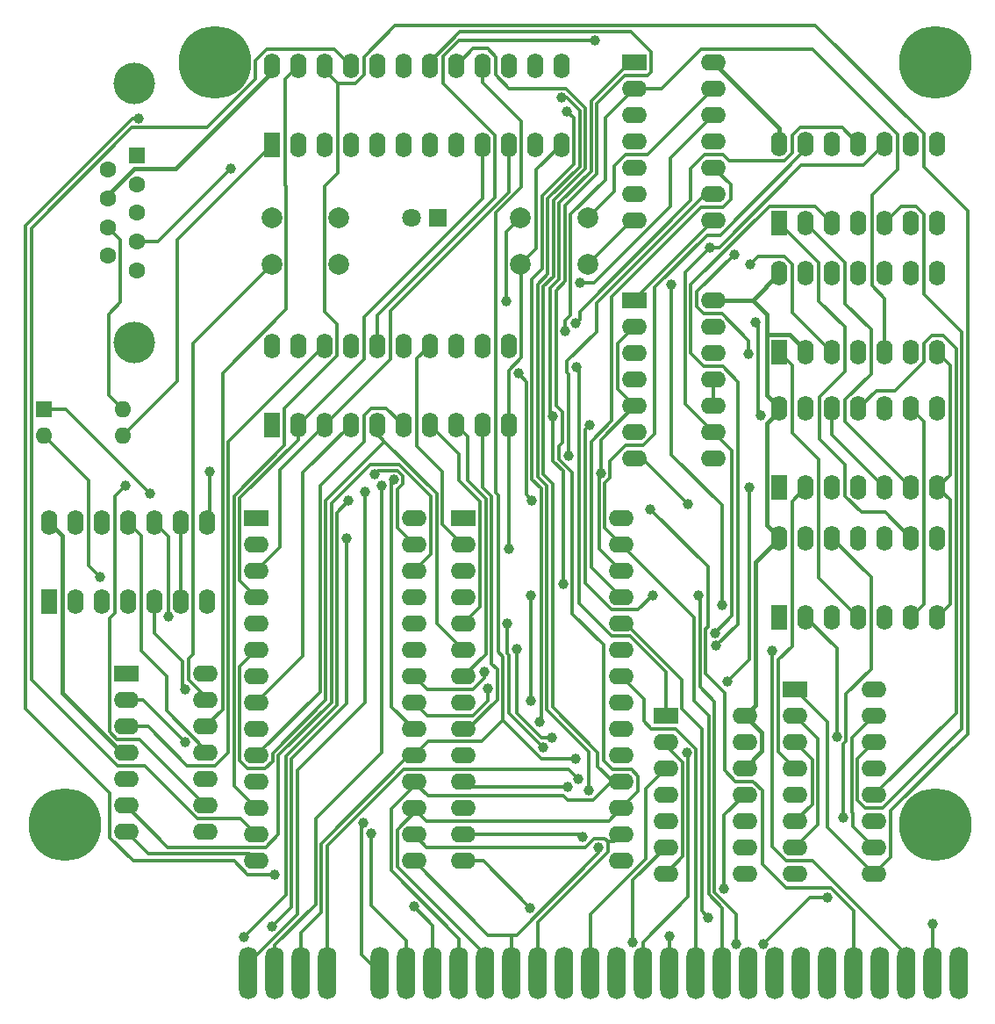
<source format=gtl>
G04 #@! TF.GenerationSoftware,KiCad,Pcbnew,(5.1.6)-1*
G04 #@! TF.CreationDate,2020-12-01T23:33:15+02:00*
G04 #@! TF.ProjectId,ZX_Multiface_3_1_4D,5a585f4d-756c-4746-9966-6163655f335f,rev?*
G04 #@! TF.SameCoordinates,Original*
G04 #@! TF.FileFunction,Copper,L1,Top*
G04 #@! TF.FilePolarity,Positive*
%FSLAX46Y46*%
G04 Gerber Fmt 4.6, Leading zero omitted, Abs format (unit mm)*
G04 Created by KiCad (PCBNEW (5.1.6)-1) date 2020-12-01 23:33:15*
%MOMM*%
%LPD*%
G01*
G04 APERTURE LIST*
G04 #@! TA.AperFunction,ComponentPad*
%ADD10O,1.600000X2.400000*%
G04 #@! TD*
G04 #@! TA.AperFunction,ComponentPad*
%ADD11R,1.600000X2.400000*%
G04 #@! TD*
G04 #@! TA.AperFunction,ComponentPad*
%ADD12O,1.600000X1.600000*%
G04 #@! TD*
G04 #@! TA.AperFunction,ComponentPad*
%ADD13R,1.600000X1.600000*%
G04 #@! TD*
G04 #@! TA.AperFunction,ComponentPad*
%ADD14C,4.000000*%
G04 #@! TD*
G04 #@! TA.AperFunction,ComponentPad*
%ADD15C,1.600000*%
G04 #@! TD*
G04 #@! TA.AperFunction,ComponentPad*
%ADD16O,2.400000X1.600000*%
G04 #@! TD*
G04 #@! TA.AperFunction,ComponentPad*
%ADD17R,2.400000X1.600000*%
G04 #@! TD*
G04 #@! TA.AperFunction,ComponentPad*
%ADD18C,2.000000*%
G04 #@! TD*
G04 #@! TA.AperFunction,ConnectorPad*
%ADD19O,1.778000X5.080000*%
G04 #@! TD*
G04 #@! TA.AperFunction,ComponentPad*
%ADD20C,0.800000*%
G04 #@! TD*
G04 #@! TA.AperFunction,ComponentPad*
%ADD21C,7.000000*%
G04 #@! TD*
G04 #@! TA.AperFunction,ComponentPad*
%ADD22C,1.800000*%
G04 #@! TD*
G04 #@! TA.AperFunction,ComponentPad*
%ADD23R,1.800000X1.800000*%
G04 #@! TD*
G04 #@! TA.AperFunction,ViaPad*
%ADD24C,1.000000*%
G04 #@! TD*
G04 #@! TA.AperFunction,Conductor*
%ADD25C,0.300000*%
G04 #@! TD*
G04 #@! TA.AperFunction,Conductor*
%ADD26C,0.400000*%
G04 #@! TD*
G04 APERTURE END LIST*
D10*
X102000000Y-60380000D03*
X129940000Y-68000000D03*
X104540000Y-60380000D03*
X127400000Y-68000000D03*
X107080000Y-60380000D03*
X124860000Y-68000000D03*
X109620000Y-60380000D03*
X122320000Y-68000000D03*
X112160000Y-60380000D03*
X119780000Y-68000000D03*
X114700000Y-60380000D03*
X117240000Y-68000000D03*
X117240000Y-60380000D03*
X114700000Y-68000000D03*
X119780000Y-60380000D03*
X112160000Y-68000000D03*
X122320000Y-60380000D03*
X109620000Y-68000000D03*
X124860000Y-60380000D03*
X107080000Y-68000000D03*
X127400000Y-60380000D03*
X104540000Y-68000000D03*
X129940000Y-60380000D03*
D11*
X102000000Y-68000000D03*
D12*
X87620000Y-93500000D03*
X80000000Y-96040000D03*
X87620000Y-96040000D03*
D13*
X80000000Y-93500000D03*
D14*
X88700000Y-87040000D03*
X88700000Y-62040000D03*
D15*
X86160000Y-78695000D03*
X86160000Y-75925000D03*
X86160000Y-73155000D03*
X86160000Y-70385000D03*
X89000000Y-80080000D03*
X89000000Y-77310000D03*
X89000000Y-74540000D03*
X89000000Y-71770000D03*
D13*
X89000000Y-69000000D03*
D16*
X115740000Y-104000000D03*
X100500000Y-137020000D03*
X115740000Y-106540000D03*
X100500000Y-134480000D03*
X115740000Y-109080000D03*
X100500000Y-131940000D03*
X115740000Y-111620000D03*
X100500000Y-129400000D03*
X115740000Y-114160000D03*
X100500000Y-126860000D03*
X115740000Y-116700000D03*
X100500000Y-124320000D03*
X115740000Y-119240000D03*
X100500000Y-121780000D03*
X115740000Y-121780000D03*
X100500000Y-119240000D03*
X115740000Y-124320000D03*
X100500000Y-116700000D03*
X115740000Y-126860000D03*
X100500000Y-114160000D03*
X115740000Y-129400000D03*
X100500000Y-111620000D03*
X115740000Y-131940000D03*
X100500000Y-109080000D03*
X115740000Y-134480000D03*
X100500000Y-106540000D03*
X115740000Y-137020000D03*
D17*
X100500000Y-104000000D03*
D18*
X132500000Y-75000000D03*
X132500000Y-79500000D03*
X126000000Y-75000000D03*
X126000000Y-79500000D03*
X108500000Y-75000000D03*
X108500000Y-79500000D03*
X102000000Y-75000000D03*
X102000000Y-79500000D03*
D19*
X104830000Y-147850000D03*
X107370000Y-147850000D03*
X114990000Y-147850000D03*
X122610000Y-147850000D03*
X120070000Y-147850000D03*
X117530000Y-147850000D03*
X125150000Y-147850000D03*
X99750000Y-147850000D03*
X102290000Y-147850000D03*
X112450000Y-147850000D03*
X127690000Y-147850000D03*
X132770000Y-147850000D03*
X130230000Y-147850000D03*
X135310000Y-147850000D03*
X140390000Y-147850000D03*
X137850000Y-147850000D03*
X142930000Y-147850000D03*
X153090000Y-147850000D03*
X148010000Y-147850000D03*
X160710000Y-147850000D03*
X165790000Y-147850000D03*
X168330000Y-147850000D03*
X145470000Y-147850000D03*
X155630000Y-147850000D03*
X158170000Y-147850000D03*
X163250000Y-147850000D03*
X150550000Y-147850000D03*
D16*
X95620000Y-119000000D03*
X88000000Y-134240000D03*
X95620000Y-121540000D03*
X88000000Y-131700000D03*
X95620000Y-124080000D03*
X88000000Y-129160000D03*
X95620000Y-126620000D03*
X88000000Y-126620000D03*
X95620000Y-129160000D03*
X88000000Y-124080000D03*
X95620000Y-131700000D03*
X88000000Y-121540000D03*
X95620000Y-134240000D03*
D17*
X88000000Y-119000000D03*
D10*
X151000000Y-80380000D03*
X166240000Y-88000000D03*
X153540000Y-80380000D03*
X163700000Y-88000000D03*
X156080000Y-80380000D03*
X161160000Y-88000000D03*
X158620000Y-80380000D03*
X158620000Y-88000000D03*
X161160000Y-80380000D03*
X156080000Y-88000000D03*
X163700000Y-80380000D03*
X153540000Y-88000000D03*
X166240000Y-80380000D03*
D11*
X151000000Y-88000000D03*
D10*
X151000000Y-105880000D03*
X166240000Y-113500000D03*
X153540000Y-105880000D03*
X163700000Y-113500000D03*
X156080000Y-105880000D03*
X161160000Y-113500000D03*
X158620000Y-105880000D03*
X158620000Y-113500000D03*
X161160000Y-105880000D03*
X156080000Y-113500000D03*
X163700000Y-105880000D03*
X153540000Y-113500000D03*
X166240000Y-105880000D03*
D11*
X151000000Y-113500000D03*
D16*
X144620000Y-60000000D03*
X137000000Y-75240000D03*
X144620000Y-62540000D03*
X137000000Y-72700000D03*
X144620000Y-65080000D03*
X137000000Y-70160000D03*
X144620000Y-67620000D03*
X137000000Y-67620000D03*
X144620000Y-70160000D03*
X137000000Y-65080000D03*
X144620000Y-72700000D03*
X137000000Y-62540000D03*
X144620000Y-75240000D03*
D17*
X137000000Y-60000000D03*
D16*
X135740000Y-104000000D03*
X120500000Y-137020000D03*
X135740000Y-106540000D03*
X120500000Y-134480000D03*
X135740000Y-109080000D03*
X120500000Y-131940000D03*
X135740000Y-111620000D03*
X120500000Y-129400000D03*
X135740000Y-114160000D03*
X120500000Y-126860000D03*
X135740000Y-116700000D03*
X120500000Y-124320000D03*
X135740000Y-119240000D03*
X120500000Y-121780000D03*
X135740000Y-121780000D03*
X120500000Y-119240000D03*
X135740000Y-124320000D03*
X120500000Y-116700000D03*
X135740000Y-126860000D03*
X120500000Y-114160000D03*
X135740000Y-129400000D03*
X120500000Y-111620000D03*
X135740000Y-131940000D03*
X120500000Y-109080000D03*
X135740000Y-134480000D03*
X120500000Y-106540000D03*
X135740000Y-137020000D03*
D17*
X120500000Y-104000000D03*
D20*
X167856155Y-131643845D03*
X166000000Y-130875000D03*
X164143845Y-131643845D03*
X163375000Y-133500000D03*
X164143845Y-135356155D03*
X166000000Y-136125000D03*
X167856155Y-135356155D03*
X168625000Y-133500000D03*
D21*
X166000000Y-133500000D03*
D20*
X98356155Y-58143845D03*
X96500000Y-57375000D03*
X94643845Y-58143845D03*
X93875000Y-60000000D03*
X94643845Y-61856155D03*
X96500000Y-62625000D03*
X98356155Y-61856155D03*
X99125000Y-60000000D03*
D21*
X96500000Y-60000000D03*
D20*
X83856155Y-131643845D03*
X82000000Y-130875000D03*
X80143845Y-131643845D03*
X79375000Y-133500000D03*
X80143845Y-135356155D03*
X82000000Y-136125000D03*
X83856155Y-135356155D03*
X84625000Y-133500000D03*
D21*
X82000000Y-133500000D03*
D20*
X167856155Y-58143845D03*
X166000000Y-57375000D03*
X164143845Y-58143845D03*
X163375000Y-60000000D03*
X164143845Y-61856155D03*
X166000000Y-62625000D03*
X167856155Y-61856155D03*
X168625000Y-60000000D03*
D21*
X166000000Y-60000000D03*
D16*
X144620000Y-83000000D03*
X137000000Y-98240000D03*
X144620000Y-85540000D03*
X137000000Y-95700000D03*
X144620000Y-88080000D03*
X137000000Y-93160000D03*
X144620000Y-90620000D03*
X137000000Y-90620000D03*
X144620000Y-93160000D03*
X137000000Y-88080000D03*
X144620000Y-95700000D03*
X137000000Y-85540000D03*
X144620000Y-98240000D03*
D17*
X137000000Y-83000000D03*
D10*
X151000000Y-67880000D03*
X166240000Y-75500000D03*
X153540000Y-67880000D03*
X163700000Y-75500000D03*
X156080000Y-67880000D03*
X161160000Y-75500000D03*
X158620000Y-67880000D03*
X158620000Y-75500000D03*
X161160000Y-67880000D03*
X156080000Y-75500000D03*
X163700000Y-67880000D03*
X153540000Y-75500000D03*
X166240000Y-67880000D03*
D11*
X151000000Y-75500000D03*
D10*
X80500000Y-104380000D03*
X95740000Y-112000000D03*
X83040000Y-104380000D03*
X93200000Y-112000000D03*
X85580000Y-104380000D03*
X90660000Y-112000000D03*
X88120000Y-104380000D03*
X88120000Y-112000000D03*
X90660000Y-104380000D03*
X85580000Y-112000000D03*
X93200000Y-104380000D03*
X83040000Y-112000000D03*
X95740000Y-104380000D03*
D11*
X80500000Y-112000000D03*
D10*
X102000000Y-87380000D03*
X124860000Y-95000000D03*
X104540000Y-87380000D03*
X122320000Y-95000000D03*
X107080000Y-87380000D03*
X119780000Y-95000000D03*
X109620000Y-87380000D03*
X117240000Y-95000000D03*
X112160000Y-87380000D03*
X114700000Y-95000000D03*
X114700000Y-87380000D03*
X112160000Y-95000000D03*
X117240000Y-87380000D03*
X109620000Y-95000000D03*
X119780000Y-87380000D03*
X107080000Y-95000000D03*
X122320000Y-87380000D03*
X104540000Y-95000000D03*
X124860000Y-87380000D03*
D11*
X102000000Y-95000000D03*
D10*
X151000000Y-93380000D03*
X166240000Y-101000000D03*
X153540000Y-93380000D03*
X163700000Y-101000000D03*
X156080000Y-93380000D03*
X161160000Y-101000000D03*
X158620000Y-93380000D03*
X158620000Y-101000000D03*
X161160000Y-93380000D03*
X156080000Y-101000000D03*
X163700000Y-93380000D03*
X153540000Y-101000000D03*
X166240000Y-93380000D03*
D11*
X151000000Y-101000000D03*
D16*
X147620000Y-123000000D03*
X140000000Y-138240000D03*
X147620000Y-125540000D03*
X140000000Y-135700000D03*
X147620000Y-128080000D03*
X140000000Y-133160000D03*
X147620000Y-130620000D03*
X140000000Y-130620000D03*
X147620000Y-133160000D03*
X140000000Y-128080000D03*
X147620000Y-135700000D03*
X140000000Y-125540000D03*
X147620000Y-138240000D03*
D17*
X140000000Y-123000000D03*
D16*
X160120000Y-120500000D03*
X152500000Y-138280000D03*
X160120000Y-123040000D03*
X152500000Y-135740000D03*
X160120000Y-125580000D03*
X152500000Y-133200000D03*
X160120000Y-128120000D03*
X152500000Y-130660000D03*
X160120000Y-130660000D03*
X152500000Y-128120000D03*
X160120000Y-133200000D03*
X152500000Y-125580000D03*
X160120000Y-135740000D03*
X152500000Y-123040000D03*
X160120000Y-138280000D03*
D17*
X152500000Y-120500000D03*
D22*
X115460000Y-75000000D03*
D23*
X118000000Y-75000000D03*
D24*
X124599700Y-83045000D03*
X131752500Y-81269800D03*
X132696000Y-94958800D03*
X138749600Y-111414500D03*
X143164000Y-111414500D03*
X146820000Y-145009100D03*
X150279600Y-116786100D03*
X126976000Y-121551800D03*
X126976000Y-111442900D03*
X131294900Y-127141000D03*
X131541600Y-129101600D03*
X145619700Y-139669600D03*
X102052400Y-143329600D03*
X109212100Y-105930000D03*
X111602000Y-134353000D03*
X138518200Y-103101600D03*
X128191800Y-126077000D03*
X124743800Y-114160000D03*
X85446100Y-109640500D03*
X115699200Y-141395500D03*
X132014700Y-134672400D03*
X129014400Y-125131200D03*
X125644100Y-116630300D03*
X122863200Y-120374300D03*
X93630300Y-120478300D03*
X165790000Y-143066100D03*
X99306700Y-144329500D03*
X109419800Y-102320700D03*
X112574300Y-100850600D03*
X133753300Y-99675700D03*
X149395500Y-145009100D03*
X155622300Y-140514800D03*
X157140800Y-132825400D03*
X144122800Y-142485900D03*
X91999600Y-113429700D03*
X110989500Y-101394900D03*
X130561800Y-129904700D03*
X93648900Y-125598500D03*
X110866700Y-133319800D03*
X136858300Y-144859300D03*
X144758000Y-115022800D03*
X122494400Y-118813900D03*
X144239300Y-77887600D03*
X129938200Y-63439600D03*
X132615800Y-130256500D03*
X89193000Y-65425400D03*
X102314100Y-138352100D03*
X133544500Y-135760100D03*
X142030300Y-126589600D03*
X145930800Y-119756000D03*
X148052100Y-101042300D03*
X140390000Y-144309000D03*
X127855900Y-123620400D03*
X130494500Y-64730900D03*
X131440300Y-89401300D03*
X130097600Y-110296900D03*
X129124000Y-94130800D03*
X148014800Y-88176700D03*
X146603800Y-78570600D03*
X145458600Y-112314800D03*
X140561500Y-81458200D03*
X87856000Y-100838300D03*
X113774300Y-100282000D03*
X149199600Y-94044900D03*
X148693800Y-85075600D03*
X144901500Y-116273200D03*
X148157600Y-79495600D03*
X133185800Y-57950500D03*
X131350700Y-85166900D03*
X130660700Y-97943900D03*
X96051900Y-99475200D03*
X130324000Y-85908500D03*
X98055400Y-70310200D03*
X90226500Y-101614600D03*
X111926100Y-99730400D03*
X127105200Y-102252600D03*
X125796100Y-90045000D03*
X142114400Y-102586900D03*
X156534500Y-125090600D03*
X126955900Y-141553400D03*
X124860000Y-106973500D03*
D25*
X144620000Y-62540000D02*
X138270000Y-68890000D01*
X138270000Y-68890000D02*
X136154000Y-68890000D01*
X136154000Y-68890000D02*
X135003000Y-70041000D01*
X135003000Y-70041000D02*
X135003000Y-72497000D01*
X135003000Y-72497000D02*
X132500000Y-75000000D01*
X126000000Y-75000000D02*
X124599700Y-76400300D01*
X124599700Y-76400300D02*
X124599700Y-83045000D01*
X144620000Y-65080000D02*
X140427300Y-69272700D01*
X140427300Y-69272700D02*
X140427300Y-73938700D01*
X140427300Y-73938700D02*
X133096300Y-81269700D01*
X133096300Y-81269700D02*
X131752500Y-81269700D01*
X131752500Y-81269700D02*
X131752500Y-81269800D01*
X143164000Y-111414500D02*
X143307400Y-111557900D01*
X143307400Y-111557900D02*
X143307400Y-120240200D01*
X143307400Y-120240200D02*
X144719400Y-121652200D01*
X144719400Y-121652200D02*
X144719400Y-140042400D01*
X144719400Y-140042400D02*
X146820000Y-142143000D01*
X146820000Y-142143000D02*
X146820000Y-145009100D01*
X138749600Y-111414500D02*
X137343700Y-112820400D01*
X137343700Y-112820400D02*
X134804800Y-112820400D01*
X134804800Y-112820400D02*
X132254800Y-110270400D01*
X132254800Y-110270400D02*
X132254800Y-95400000D01*
X132254800Y-95400000D02*
X132696000Y-94958800D01*
X102000000Y-79500000D02*
X94413900Y-87086100D01*
X94413900Y-87086100D02*
X94413900Y-117112900D01*
X94413900Y-117112900D02*
X93966400Y-117560400D01*
X93966400Y-117560400D02*
X93966400Y-119541200D01*
X93966400Y-119541200D02*
X95620000Y-121194800D01*
X95620000Y-121194800D02*
X95620000Y-121540000D01*
X135740000Y-111620000D02*
X132805200Y-108685200D01*
X132805200Y-108685200D02*
X132805200Y-96576400D01*
X132805200Y-96576400D02*
X134797100Y-94584500D01*
X134797100Y-94584500D02*
X134797100Y-82626900D01*
X134797100Y-82626900D02*
X143454000Y-73970000D01*
X143454000Y-73970000D02*
X145526100Y-73970000D01*
X145526100Y-73970000D02*
X146267400Y-73228700D01*
X146267400Y-73228700D02*
X146267400Y-71807400D01*
X146267400Y-71807400D02*
X144620000Y-70160000D01*
X163250000Y-147850000D02*
X163250000Y-146091000D01*
X163250000Y-146091000D02*
X154169000Y-137010000D01*
X154169000Y-137010000D02*
X151647000Y-137010000D01*
X151647000Y-137010000D02*
X150279600Y-135642600D01*
X150279600Y-135642600D02*
X150279600Y-116786100D01*
X126976000Y-121551800D02*
X126976000Y-111442900D01*
X104540000Y-95000000D02*
X110890000Y-88650000D01*
X110890000Y-88650000D02*
X110890000Y-84544700D01*
X110890000Y-84544700D02*
X122320000Y-73114700D01*
X122320000Y-73114700D02*
X122320000Y-68000000D01*
X104540000Y-95000000D02*
X104540000Y-96413200D01*
X104540000Y-96413200D02*
X98898300Y-102054900D01*
X98898300Y-102054900D02*
X98898300Y-110018300D01*
X98898300Y-110018300D02*
X100500000Y-111620000D01*
X124313800Y-123472200D02*
X127982600Y-127141000D01*
X127982600Y-127141000D02*
X131294900Y-127141000D01*
X122320000Y-60380000D02*
X122320000Y-61988500D01*
X122320000Y-61988500D02*
X126074900Y-65743400D01*
X126074900Y-65743400D02*
X126074900Y-72092700D01*
X126074900Y-72092700D02*
X123652000Y-74515600D01*
X123652000Y-74515600D02*
X123652000Y-101548300D01*
X123652000Y-101548300D02*
X123837600Y-101733900D01*
X123837600Y-101733900D02*
X123837600Y-116875200D01*
X123837600Y-116875200D02*
X124313800Y-117351400D01*
X124313800Y-117351400D02*
X124313800Y-123472200D01*
X115740000Y-126860000D02*
X117079600Y-125520400D01*
X117079600Y-125520400D02*
X122265600Y-125520400D01*
X122265600Y-125520400D02*
X124313800Y-123472200D01*
X104830000Y-147850000D02*
X104830000Y-143896300D01*
X104830000Y-143896300D02*
X106773800Y-141952500D01*
X106773800Y-141952500D02*
X106773800Y-135356400D01*
X106773800Y-135356400D02*
X115270200Y-126860000D01*
X115270200Y-126860000D02*
X115740000Y-126860000D01*
X107370000Y-147850000D02*
X107370000Y-135543000D01*
X107370000Y-135543000D02*
X114746300Y-128166700D01*
X114746300Y-128166700D02*
X130606700Y-128166700D01*
X130606700Y-128166700D02*
X131541600Y-129101600D01*
X147620000Y-130620000D02*
X145619700Y-132620300D01*
X145619700Y-132620300D02*
X145619700Y-139669600D01*
X117240000Y-87380000D02*
X116033300Y-88586700D01*
X116033300Y-88586700D02*
X116033300Y-97028500D01*
X116033300Y-97028500D02*
X118475100Y-99470300D01*
X118475100Y-99470300D02*
X118475100Y-104600900D01*
X118475100Y-104600900D02*
X120414200Y-106540000D01*
X120414200Y-106540000D02*
X120500000Y-106540000D01*
X102052400Y-143329600D02*
X103908200Y-141473800D01*
X103908200Y-141473800D02*
X103908200Y-127162400D01*
X103908200Y-127162400D02*
X109212100Y-121858500D01*
X109212100Y-121858500D02*
X109212100Y-105930000D01*
X160120000Y-138280000D02*
X161720400Y-136679600D01*
X161720400Y-136679600D02*
X161720400Y-132205400D01*
X161720400Y-132205400D02*
X169140200Y-124785600D01*
X169140200Y-124785600D02*
X169140200Y-74307000D01*
X169140200Y-74307000D02*
X164900400Y-70067200D01*
X164900400Y-70067200D02*
X164900400Y-66929500D01*
X164900400Y-66929500D02*
X154470800Y-56499900D01*
X154470800Y-56499900D02*
X113873200Y-56499900D01*
X113873200Y-56499900D02*
X110890000Y-59483100D01*
X110890000Y-59483100D02*
X110890000Y-61232200D01*
X110890000Y-61232200D02*
X110096900Y-62025300D01*
X110096900Y-62025300D02*
X108350000Y-62025300D01*
X152500000Y-120500000D02*
X155634200Y-123634200D01*
X155634200Y-123634200D02*
X155634200Y-133794200D01*
X155634200Y-133794200D02*
X160120000Y-138280000D01*
X114990000Y-147850000D02*
X114990000Y-144690700D01*
X114990000Y-144690700D02*
X111602000Y-141302700D01*
X111602000Y-141302700D02*
X111602000Y-134353000D01*
X108350000Y-62025300D02*
X108350000Y-70679100D01*
X108350000Y-70679100D02*
X107093000Y-71936100D01*
X107093000Y-71936100D02*
X107093000Y-84076100D01*
X107093000Y-84076100D02*
X108294800Y-85277900D01*
X108294800Y-85277900D02*
X108294800Y-88282600D01*
X108294800Y-88282600D02*
X103200400Y-93377000D01*
X103200400Y-93377000D02*
X103200400Y-96974400D01*
X103200400Y-96974400D02*
X98347900Y-101826900D01*
X98347900Y-101826900D02*
X98347900Y-129787900D01*
X98347900Y-129787900D02*
X100500000Y-131940000D01*
X107080000Y-60380000D02*
X107080000Y-60755300D01*
X107080000Y-60755300D02*
X108350000Y-62025300D01*
X138518200Y-103101600D02*
X144073900Y-108657300D01*
X144073900Y-108657300D02*
X144073900Y-114433700D01*
X144073900Y-114433700D02*
X143857700Y-114649900D01*
X143857700Y-114649900D02*
X143857700Y-118970300D01*
X143857700Y-118970300D02*
X145694700Y-120807300D01*
X145694700Y-120807300D02*
X145694700Y-128284800D01*
X145694700Y-128284800D02*
X146759900Y-129350000D01*
X146759900Y-129350000D02*
X148451500Y-129350000D01*
X148451500Y-129350000D02*
X149359300Y-130257800D01*
X149359300Y-130257800D02*
X149359300Y-137316000D01*
X149359300Y-137316000D02*
X151657800Y-139614500D01*
X151657800Y-139614500D02*
X155995300Y-139614500D01*
X155995300Y-139614500D02*
X158170000Y-141789200D01*
X158170000Y-141789200D02*
X158170000Y-147850000D01*
X117240000Y-95000000D02*
X120055300Y-97815300D01*
X120055300Y-97815300D02*
X120055300Y-100325700D01*
X120055300Y-100325700D02*
X122108000Y-102378400D01*
X122108000Y-102378400D02*
X122108000Y-112552000D01*
X122108000Y-112552000D02*
X120500000Y-114160000D01*
X124743800Y-114160000D02*
X124743800Y-117003200D01*
X124743800Y-117003200D02*
X124891900Y-117151300D01*
X124891900Y-117151300D02*
X124891900Y-122781700D01*
X124891900Y-122781700D02*
X128187200Y-126077000D01*
X128187200Y-126077000D02*
X128191800Y-126077000D01*
X85446100Y-109640500D02*
X84310000Y-108504400D01*
X84310000Y-108504400D02*
X84310000Y-100350000D01*
X84310000Y-100350000D02*
X80000000Y-96040000D01*
X120500000Y-134480000D02*
X131822300Y-134480000D01*
X131822300Y-134480000D02*
X132014700Y-134672400D01*
X117530000Y-147850000D02*
X117530000Y-143226300D01*
X117530000Y-143226300D02*
X115699200Y-141395500D01*
X152500000Y-123040000D02*
X154699200Y-125239200D01*
X154699200Y-125239200D02*
X154699200Y-133540800D01*
X154699200Y-133540800D02*
X152500000Y-135740000D01*
X100500000Y-134480000D02*
X98990000Y-132970000D01*
X98990000Y-132970000D02*
X94789900Y-132970000D01*
X94789900Y-132970000D02*
X89709900Y-127890000D01*
X89709900Y-127890000D02*
X87145600Y-127890000D01*
X87145600Y-127890000D02*
X78799600Y-119544000D01*
X78799600Y-119544000D02*
X78799600Y-75997500D01*
X78799600Y-75997500D02*
X88471400Y-66325700D01*
X88471400Y-66325700D02*
X95756600Y-66325700D01*
X95756600Y-66325700D02*
X100405400Y-61676900D01*
X100405400Y-61676900D02*
X100405400Y-59866000D01*
X100405400Y-59866000D02*
X101504900Y-58766500D01*
X101504900Y-58766500D02*
X108006500Y-58766500D01*
X108006500Y-58766500D02*
X109620000Y-60380000D01*
X100500000Y-116700000D02*
X98898300Y-118301700D01*
X98898300Y-118301700D02*
X98898300Y-127356400D01*
X98898300Y-127356400D02*
X99671900Y-128130000D01*
X99671900Y-128130000D02*
X101371100Y-128130000D01*
X101371100Y-128130000D02*
X102100400Y-127400700D01*
X102100400Y-127400700D02*
X102100400Y-126635400D01*
X102100400Y-126635400D02*
X107211100Y-121524700D01*
X107211100Y-121524700D02*
X107211100Y-102272400D01*
X107211100Y-102272400D02*
X112902800Y-96580700D01*
X112902800Y-96580700D02*
X117924700Y-101602600D01*
X117924700Y-101602600D02*
X117924700Y-114124700D01*
X117924700Y-114124700D02*
X120500000Y-116700000D01*
X112160000Y-95000000D02*
X112160000Y-95837900D01*
X112160000Y-95837900D02*
X112902800Y-96580700D01*
X125644100Y-116630300D02*
X125644100Y-122755700D01*
X125644100Y-122755700D02*
X128019600Y-125131200D01*
X128019600Y-125131200D02*
X129014400Y-125131200D01*
X165790000Y-147850000D02*
X165790000Y-143066100D01*
X122863200Y-120374300D02*
X122863200Y-121567700D01*
X122863200Y-121567700D02*
X121380900Y-123050000D01*
X121380900Y-123050000D02*
X117010000Y-123050000D01*
X117010000Y-123050000D02*
X115740000Y-121780000D01*
X93630300Y-120478300D02*
X93416000Y-120264000D01*
X93416000Y-120264000D02*
X93416000Y-117797100D01*
X93416000Y-117797100D02*
X90660000Y-115041100D01*
X90660000Y-115041100D02*
X90660000Y-112000000D01*
X99306700Y-144329500D02*
X103357900Y-140278300D01*
X103357900Y-140278300D02*
X103357900Y-126934300D01*
X103357900Y-126934300D02*
X108311700Y-121980500D01*
X108311700Y-121980500D02*
X108311700Y-103428800D01*
X108311700Y-103428800D02*
X109419800Y-102320700D01*
X152500000Y-128120000D02*
X150899600Y-126519600D01*
X150899600Y-126519600D02*
X150899600Y-117637900D01*
X150899600Y-117637900D02*
X152216900Y-116320600D01*
X152216900Y-116320600D02*
X152216900Y-102323100D01*
X152216900Y-102323100D02*
X153540000Y-101000000D01*
X119780000Y-60380000D02*
X121450600Y-58709400D01*
X121450600Y-58709400D02*
X122812500Y-58709400D01*
X122812500Y-58709400D02*
X123590000Y-59486900D01*
X123590000Y-59486900D02*
X123590000Y-61255400D01*
X123590000Y-61255400D02*
X124870100Y-62535500D01*
X124870100Y-62535500D02*
X130350600Y-62535500D01*
X130350600Y-62535500D02*
X132251500Y-64436400D01*
X132251500Y-64436400D02*
X132251500Y-70295300D01*
X132251500Y-70295300D02*
X129201200Y-73345600D01*
X129201200Y-73345600D02*
X129201200Y-80675600D01*
X129201200Y-80675600D02*
X128223600Y-81653200D01*
X128223600Y-81653200D02*
X128223600Y-99756600D01*
X128223600Y-99756600D02*
X129106200Y-100639200D01*
X129106200Y-100639200D02*
X129106200Y-122186600D01*
X129106200Y-122186600D02*
X133459800Y-126540200D01*
X133459800Y-126540200D02*
X133459800Y-127941700D01*
X133459800Y-127941700D02*
X134836700Y-129318600D01*
X115947900Y-129607900D02*
X117067900Y-130727900D01*
X117067900Y-130727900D02*
X130111800Y-130727900D01*
X130111800Y-130727900D02*
X130560200Y-131176300D01*
X130560200Y-131176300D02*
X132979000Y-131176300D01*
X132979000Y-131176300D02*
X134836700Y-129318600D01*
X134836700Y-129318600D02*
X134918100Y-129400000D01*
X134918100Y-129400000D02*
X135740000Y-129400000D01*
X120070000Y-147850000D02*
X120070000Y-144493000D01*
X120070000Y-144493000D02*
X113534800Y-137957800D01*
X113534800Y-137957800D02*
X113534800Y-132021000D01*
X113534800Y-132021000D02*
X115947900Y-129607900D01*
X115740000Y-129400000D02*
X115947900Y-129607900D01*
X114700000Y-95000000D02*
X113065600Y-93365600D01*
X113065600Y-93365600D02*
X111623500Y-93365600D01*
X111623500Y-93365600D02*
X110890000Y-94099100D01*
X110890000Y-94099100D02*
X110890000Y-96600400D01*
X110890000Y-96600400D02*
X106660700Y-100829700D01*
X106660700Y-100829700D02*
X106660700Y-120699300D01*
X106660700Y-120699300D02*
X100500000Y-126860000D01*
X117240000Y-60380000D02*
X117240000Y-59990400D01*
X117240000Y-59990400D02*
X120180200Y-57050200D01*
X120180200Y-57050200D02*
X136677200Y-57050200D01*
X136677200Y-57050200D02*
X138617200Y-58990200D01*
X138617200Y-58990200D02*
X138617200Y-61003000D01*
X138617200Y-61003000D02*
X138280600Y-61339600D01*
X138280600Y-61339600D02*
X136049500Y-61339600D01*
X136049500Y-61339600D02*
X133352100Y-64037000D01*
X133352100Y-64037000D02*
X133352100Y-70751100D01*
X133352100Y-70751100D02*
X130301800Y-73801400D01*
X130301800Y-73801400D02*
X130301800Y-81131400D01*
X130301800Y-81131400D02*
X129423700Y-82009500D01*
X129423700Y-82009500D02*
X129423700Y-93157200D01*
X129423700Y-93157200D02*
X130027200Y-93760700D01*
X130027200Y-93760700D02*
X130027200Y-96699800D01*
X130027200Y-96699800D02*
X129724800Y-97002200D01*
X129724800Y-97002200D02*
X129724800Y-98281100D01*
X129724800Y-98281100D02*
X130997900Y-99554200D01*
X130997900Y-99554200D02*
X130997900Y-113181900D01*
X130997900Y-113181900D02*
X134010100Y-116194100D01*
X134010100Y-116194100D02*
X134010100Y-127318600D01*
X134010100Y-127318600D02*
X134891100Y-128199600D01*
X134891100Y-128199600D02*
X136717300Y-128199600D01*
X136717300Y-128199600D02*
X137365400Y-128847700D01*
X137365400Y-128847700D02*
X137365400Y-130314600D01*
X137365400Y-130314600D02*
X135740000Y-131940000D01*
X115947900Y-132147900D02*
X116948900Y-133148900D01*
X116948900Y-133148900D02*
X134531100Y-133148900D01*
X134531100Y-133148900D02*
X135740000Y-131940000D01*
X115947900Y-132147900D02*
X114089800Y-134006000D01*
X114089800Y-134006000D02*
X114089800Y-137558400D01*
X114089800Y-137558400D02*
X122610000Y-146078600D01*
X122610000Y-146078600D02*
X122610000Y-147850000D01*
X115947900Y-132147900D02*
X115740000Y-131940000D01*
X120500000Y-124320000D02*
X120936300Y-124320000D01*
X120936300Y-124320000D02*
X123763500Y-121492800D01*
X123763500Y-121492800D02*
X123763500Y-118560600D01*
X123763500Y-118560600D02*
X123208700Y-118005800D01*
X123208700Y-118005800D02*
X123208700Y-101883200D01*
X123208700Y-101883200D02*
X122320000Y-100994500D01*
X122320000Y-100994500D02*
X122320000Y-95000000D01*
X133753300Y-99675700D02*
X133753300Y-96406700D01*
X133753300Y-96406700D02*
X137000000Y-93160000D01*
X102290000Y-147850000D02*
X102290000Y-145147200D01*
X102290000Y-145147200D02*
X106223400Y-141213800D01*
X106223400Y-141213800D02*
X106223400Y-132958700D01*
X106223400Y-132958700D02*
X112574300Y-126607800D01*
X112574300Y-126607800D02*
X112574300Y-100850600D01*
X135740000Y-109080000D02*
X133581200Y-106921200D01*
X133581200Y-106921200D02*
X133581200Y-99847800D01*
X133581200Y-99847800D02*
X133753300Y-99675700D01*
X160120000Y-125580000D02*
X158518300Y-127181700D01*
X158518300Y-127181700D02*
X158518300Y-131166600D01*
X158518300Y-131166600D02*
X159281700Y-131930000D01*
X159281700Y-131930000D02*
X160951300Y-131930000D01*
X160951300Y-131930000D02*
X168589900Y-124291400D01*
X168589900Y-124291400D02*
X168589900Y-86045000D01*
X168589900Y-86045000D02*
X164970000Y-82425100D01*
X164970000Y-82425100D02*
X164970000Y-74658900D01*
X164970000Y-74658900D02*
X164210600Y-73899500D01*
X164210600Y-73899500D02*
X162760500Y-73899500D01*
X162760500Y-73899500D02*
X161160000Y-75500000D01*
X137000000Y-85540000D02*
X135399600Y-87140400D01*
X135399600Y-87140400D02*
X135399600Y-91559600D01*
X135399600Y-91559600D02*
X137000000Y-93160000D01*
X149395500Y-145009100D02*
X153889800Y-140514800D01*
X153889800Y-140514800D02*
X155622300Y-140514800D01*
X157140800Y-132825400D02*
X157140800Y-125757600D01*
X157140800Y-125757600D02*
X157434800Y-125463600D01*
X157434800Y-125463600D02*
X157434800Y-120935000D01*
X157434800Y-120935000D02*
X159834800Y-118535000D01*
X159834800Y-118535000D02*
X159834800Y-109634800D01*
X159834800Y-109634800D02*
X156080000Y-105880000D01*
X107080000Y-95000000D02*
X113430000Y-88650000D01*
X113430000Y-88650000D02*
X113430000Y-83950200D01*
X113430000Y-83950200D02*
X124860000Y-72520200D01*
X124860000Y-72520200D02*
X124860000Y-68000000D01*
X107080000Y-95000000D02*
X102774100Y-99305900D01*
X102774100Y-99305900D02*
X102774100Y-106805900D01*
X102774100Y-106805900D02*
X100500000Y-109080000D01*
X144122800Y-142485900D02*
X143480900Y-141844000D01*
X143480900Y-141844000D02*
X143480900Y-124262300D01*
X143480900Y-124262300D02*
X141600400Y-122381800D01*
X141600400Y-122381800D02*
X141600400Y-119582100D01*
X141600400Y-119582100D02*
X136178300Y-114160000D01*
X136178300Y-114160000D02*
X135740000Y-114160000D01*
X91999600Y-113429700D02*
X91999600Y-105719600D01*
X91999600Y-105719600D02*
X90660000Y-104380000D01*
X110989500Y-101394900D02*
X110989500Y-121778300D01*
X110989500Y-121778300D02*
X104458500Y-128309300D01*
X104458500Y-128309300D02*
X104458500Y-142200300D01*
X104458500Y-142200300D02*
X99750000Y-146908800D01*
X99750000Y-146908800D02*
X99750000Y-147850000D01*
X161160000Y-101000000D02*
X156080000Y-95920000D01*
X156080000Y-95920000D02*
X156080000Y-93380000D01*
X130561800Y-129904700D02*
X121004700Y-129904700D01*
X121004700Y-129904700D02*
X120500000Y-129400000D01*
X160120000Y-135740000D02*
X158041100Y-133661100D01*
X158041100Y-133661100D02*
X158041100Y-132452400D01*
X158041100Y-132452400D02*
X157963300Y-132374600D01*
X157963300Y-132374600D02*
X157963300Y-125713300D01*
X157963300Y-125713300D02*
X157985100Y-125691500D01*
X157985100Y-125691500D02*
X157985100Y-125174900D01*
X157985100Y-125174900D02*
X160120000Y-123040000D01*
X95620000Y-124080000D02*
X97247100Y-122452900D01*
X97247100Y-122452900D02*
X97247100Y-89985300D01*
X97247100Y-89985300D02*
X103416000Y-83816400D01*
X103416000Y-83816400D02*
X103416000Y-71979900D01*
X103416000Y-71979900D02*
X103308200Y-71872100D01*
X103308200Y-71872100D02*
X103308200Y-61611800D01*
X103308200Y-61611800D02*
X104540000Y-60380000D01*
X112450000Y-147850000D02*
X110650100Y-146050100D01*
X110650100Y-146050100D02*
X110650100Y-133536400D01*
X110650100Y-133536400D02*
X110866700Y-133319800D01*
X93648900Y-125598500D02*
X89590400Y-121540000D01*
X89590400Y-121540000D02*
X88000000Y-121540000D01*
X140000000Y-135700000D02*
X136858300Y-138841700D01*
X136858300Y-138841700D02*
X136858300Y-144859300D01*
X135740000Y-106540000D02*
X134131600Y-104931600D01*
X134131600Y-104931600D02*
X134131600Y-100570700D01*
X134131600Y-100570700D02*
X134653600Y-100048700D01*
X134653600Y-100048700D02*
X134653600Y-98443900D01*
X134653600Y-98443900D02*
X136127500Y-96970000D01*
X136127500Y-96970000D02*
X137834600Y-96970000D01*
X137834600Y-96970000D02*
X138968800Y-95835800D01*
X138968800Y-95835800D02*
X138968800Y-81747800D01*
X138968800Y-81747800D02*
X144041500Y-76675100D01*
X144041500Y-76675100D02*
X145300100Y-76675100D01*
X145300100Y-76675100D02*
X153540000Y-68435200D01*
X153540000Y-68435200D02*
X153540000Y-67880000D01*
X135740000Y-106540000D02*
X142757100Y-113557100D01*
X142757100Y-113557100D02*
X142757100Y-121596500D01*
X142757100Y-121596500D02*
X144145700Y-122985100D01*
X144145700Y-122985100D02*
X144145700Y-140246900D01*
X144145700Y-140246900D02*
X145470000Y-141571200D01*
X145470000Y-141571200D02*
X145470000Y-147850000D01*
X109620000Y-95000000D02*
X105010000Y-99610000D01*
X105010000Y-99610000D02*
X105010000Y-117270000D01*
X105010000Y-117270000D02*
X100500000Y-121780000D01*
X144620000Y-95700000D02*
X146402000Y-97482000D01*
X146402000Y-97482000D02*
X146402000Y-113378800D01*
X146402000Y-113378800D02*
X144758000Y-115022800D01*
X142930000Y-147850000D02*
X142930600Y-147849400D01*
X142930600Y-147849400D02*
X142930600Y-126204600D01*
X142930600Y-126204600D02*
X140996000Y-124270000D01*
X140996000Y-124270000D02*
X138641200Y-124270000D01*
X138641200Y-124270000D02*
X137938100Y-123566900D01*
X137938100Y-123566900D02*
X137938100Y-121438100D01*
X137938100Y-121438100D02*
X135740000Y-119240000D01*
X144239300Y-77887600D02*
X145180500Y-77887600D01*
X145180500Y-77887600D02*
X153088300Y-69979800D01*
X153088300Y-69979800D02*
X159060200Y-69979800D01*
X159060200Y-69979800D02*
X161160000Y-67880000D01*
X144620000Y-95700000D02*
X141867700Y-92947700D01*
X141867700Y-92947700D02*
X141867700Y-80259200D01*
X141867700Y-80259200D02*
X144239300Y-77887600D01*
X122494400Y-118813900D02*
X122494400Y-119391800D01*
X122494400Y-119391800D02*
X121376200Y-120510000D01*
X121376200Y-120510000D02*
X117010000Y-120510000D01*
X117010000Y-120510000D02*
X115740000Y-119240000D01*
X129938200Y-63439600D02*
X130476500Y-63439600D01*
X130476500Y-63439600D02*
X131701200Y-64664300D01*
X131701200Y-64664300D02*
X131701200Y-70067400D01*
X131701200Y-70067400D02*
X128650900Y-73117700D01*
X128650900Y-73117700D02*
X128650900Y-80447700D01*
X128650900Y-80447700D02*
X127673300Y-81425300D01*
X127673300Y-81425300D02*
X127673300Y-99984500D01*
X127673300Y-99984500D02*
X128555900Y-100867100D01*
X128555900Y-100867100D02*
X128555900Y-122414500D01*
X128555900Y-122414500D02*
X132615800Y-126474400D01*
X132615800Y-126474400D02*
X132615800Y-130256500D01*
X115740000Y-134480000D02*
X116943300Y-135683300D01*
X116943300Y-135683300D02*
X132277000Y-135683300D01*
X132277000Y-135683300D02*
X133100500Y-134859800D01*
X133100500Y-134859800D02*
X134136000Y-134859800D01*
X134136000Y-134859800D02*
X134444800Y-135168600D01*
X127690000Y-147850000D02*
X127690000Y-142887900D01*
X127690000Y-142887900D02*
X134444800Y-136133100D01*
X134444800Y-136133100D02*
X134444800Y-135168600D01*
X135740000Y-134480000D02*
X135051400Y-135168600D01*
X135051400Y-135168600D02*
X134444800Y-135168600D01*
X140000000Y-128080000D02*
X138064700Y-130015300D01*
X138064700Y-130015300D02*
X138064700Y-136824800D01*
X138064700Y-136824800D02*
X132770000Y-142119500D01*
X132770000Y-142119500D02*
X132770000Y-147850000D01*
X120500000Y-119240000D02*
X122658400Y-117081600D01*
X122658400Y-117081600D02*
X122658400Y-102111000D01*
X122658400Y-102111000D02*
X120880600Y-100333200D01*
X120880600Y-100333200D02*
X120880600Y-96100600D01*
X120880600Y-96100600D02*
X119780000Y-95000000D01*
X89193000Y-65425400D02*
X88573700Y-65425400D01*
X88573700Y-65425400D02*
X78213200Y-75785900D01*
X78213200Y-75785900D02*
X78213200Y-122313900D01*
X78213200Y-122313900D02*
X86399600Y-130500300D01*
X86399600Y-130500300D02*
X86399600Y-134769800D01*
X86399600Y-134769800D02*
X88633400Y-137003600D01*
X88633400Y-137003600D02*
X98340800Y-137003600D01*
X98340800Y-137003600D02*
X99689300Y-138352100D01*
X99689300Y-138352100D02*
X102314100Y-138352100D01*
X125150000Y-144154600D02*
X125628000Y-144154600D01*
X125628000Y-144154600D02*
X133544500Y-136238100D01*
X133544500Y-136238100D02*
X133544500Y-135760100D01*
X152500000Y-125580000D02*
X154148800Y-127228800D01*
X154148800Y-127228800D02*
X154148800Y-131551200D01*
X154148800Y-131551200D02*
X152500000Y-133200000D01*
X125150000Y-144154600D02*
X125150000Y-147850000D01*
X125150000Y-144154600D02*
X122874600Y-144154600D01*
X122874600Y-144154600D02*
X115740000Y-137020000D01*
X137850000Y-147850000D02*
X137850000Y-144835200D01*
X137850000Y-144835200D02*
X142184600Y-140500600D01*
X142184600Y-140500600D02*
X142184600Y-126743900D01*
X142184600Y-126743900D02*
X142030300Y-126589600D01*
X148052100Y-101042300D02*
X148052100Y-117634700D01*
X148052100Y-117634700D02*
X145930800Y-119756000D01*
X130494500Y-64730900D02*
X131150900Y-65387300D01*
X131150900Y-65387300D02*
X131150900Y-69839500D01*
X131150900Y-69839500D02*
X128100600Y-72889800D01*
X128100600Y-72889800D02*
X128100600Y-79944500D01*
X128100600Y-79944500D02*
X127123000Y-80922100D01*
X127123000Y-80922100D02*
X127123000Y-100212400D01*
X127123000Y-100212400D02*
X128005600Y-101095000D01*
X128005600Y-101095000D02*
X128005600Y-123470700D01*
X128005600Y-123470700D02*
X127855900Y-123620400D01*
X140390000Y-147850000D02*
X140390000Y-144309000D01*
X160120000Y-130660000D02*
X168039600Y-122740400D01*
X168039600Y-122740400D02*
X168039600Y-87671100D01*
X168039600Y-87671100D02*
X166763700Y-86395200D01*
X166763700Y-86395200D02*
X165671900Y-86395200D01*
X165671900Y-86395200D02*
X164954400Y-87112700D01*
X164954400Y-87112700D02*
X164954400Y-88876300D01*
X164954400Y-88876300D02*
X162159000Y-91671700D01*
X162159000Y-91671700D02*
X160328300Y-91671700D01*
X160328300Y-91671700D02*
X158620000Y-93380000D01*
X163700000Y-105880000D02*
X161190400Y-103370400D01*
X161190400Y-103370400D02*
X158883600Y-103370400D01*
X158883600Y-103370400D02*
X157350000Y-101836800D01*
X157350000Y-101836800D02*
X157350000Y-98794100D01*
X157350000Y-98794100D02*
X154879600Y-96323700D01*
X154879600Y-96323700D02*
X154879600Y-92248300D01*
X154879600Y-92248300D02*
X157282000Y-89845900D01*
X157282000Y-89845900D02*
X157282000Y-85498200D01*
X157282000Y-85498200D02*
X154810000Y-83026200D01*
X154810000Y-83026200D02*
X154810000Y-79310000D01*
X154810000Y-79310000D02*
X151000000Y-75500000D01*
X140000000Y-123000000D02*
X140000000Y-118767900D01*
X140000000Y-118767900D02*
X136592500Y-115360400D01*
X136592500Y-115360400D02*
X134829200Y-115360400D01*
X134829200Y-115360400D02*
X131648200Y-112179400D01*
X131648200Y-112179400D02*
X131648200Y-89609200D01*
X131648200Y-89609200D02*
X131440300Y-89401300D01*
X163700000Y-93380000D02*
X164954600Y-94634600D01*
X164954600Y-94634600D02*
X164954600Y-112245400D01*
X164954600Y-112245400D02*
X163700000Y-113500000D01*
X129124000Y-94130800D02*
X129124000Y-98458500D01*
X129124000Y-98458500D02*
X130097600Y-99432100D01*
X130097600Y-99432100D02*
X130097600Y-110296900D01*
X137000000Y-60000000D02*
X136548000Y-60000000D01*
X136548000Y-60000000D02*
X132801800Y-63746200D01*
X132801800Y-63746200D02*
X132801800Y-70523200D01*
X132801800Y-70523200D02*
X129751500Y-73573500D01*
X129751500Y-73573500D02*
X129751500Y-80903500D01*
X129751500Y-80903500D02*
X128873400Y-81781600D01*
X128873400Y-81781600D02*
X128873400Y-93880200D01*
X128873400Y-93880200D02*
X129124000Y-94130800D01*
X148014800Y-88176700D02*
X148014800Y-86836700D01*
X148014800Y-86836700D02*
X145416400Y-84238300D01*
X145416400Y-84238300D02*
X143715300Y-84238300D01*
X143715300Y-84238300D02*
X143011400Y-83534400D01*
X143011400Y-83534400D02*
X143011400Y-82163000D01*
X143011400Y-82163000D02*
X146603800Y-78570600D01*
X151000000Y-88000000D02*
X152270000Y-89270000D01*
X152270000Y-89270000D02*
X152270000Y-95787100D01*
X152270000Y-95787100D02*
X154810000Y-98327100D01*
X154810000Y-98327100D02*
X154810000Y-109690000D01*
X154810000Y-109690000D02*
X158620000Y-113500000D01*
X140561500Y-81458200D02*
X140561500Y-97837400D01*
X140561500Y-97837400D02*
X145458600Y-102734500D01*
X145458600Y-102734500D02*
X145458600Y-112314800D01*
X107080000Y-87380000D02*
X107052300Y-87380000D01*
X107052300Y-87380000D02*
X97797600Y-96634700D01*
X97797600Y-96634700D02*
X97797600Y-126567900D01*
X97797600Y-126567900D02*
X96529700Y-127835800D01*
X96529700Y-127835800D02*
X93843600Y-127835800D01*
X93843600Y-127835800D02*
X90087800Y-124080000D01*
X90087800Y-124080000D02*
X88000000Y-124080000D01*
X163700000Y-101000000D02*
X157350000Y-94650000D01*
X157350000Y-94650000D02*
X157350000Y-92530000D01*
X157350000Y-92530000D02*
X159820300Y-90059700D01*
X159820300Y-90059700D02*
X159820300Y-85743300D01*
X159820300Y-85743300D02*
X157350000Y-83273000D01*
X157350000Y-83273000D02*
X157350000Y-79310000D01*
X157350000Y-79310000D02*
X153540000Y-75500000D01*
X95620000Y-131700000D02*
X89200400Y-125280400D01*
X89200400Y-125280400D02*
X87069700Y-125280400D01*
X87069700Y-125280400D02*
X86372600Y-124583300D01*
X86372600Y-124583300D02*
X86372600Y-113627400D01*
X86372600Y-113627400D02*
X86850000Y-113150000D01*
X86850000Y-113150000D02*
X86850000Y-101844300D01*
X86850000Y-101844300D02*
X87856000Y-100838300D01*
X115740000Y-124320000D02*
X113561300Y-122141300D01*
X113561300Y-122141300D02*
X113561300Y-100495000D01*
X113561300Y-100495000D02*
X113774300Y-100282000D01*
X149199600Y-94044900D02*
X148943600Y-93788900D01*
X148943600Y-93788900D02*
X148943600Y-85325400D01*
X148943600Y-85325400D02*
X148693800Y-85075600D01*
X156080000Y-75500000D02*
X154457700Y-73877700D01*
X154457700Y-73877700D02*
X149987200Y-73877700D01*
X149987200Y-73877700D02*
X142426700Y-81438200D01*
X142426700Y-81438200D02*
X142426700Y-88056900D01*
X142426700Y-88056900D02*
X143719800Y-89350000D01*
X143719800Y-89350000D02*
X145509200Y-89350000D01*
X145509200Y-89350000D02*
X146989000Y-90829800D01*
X146989000Y-90829800D02*
X146989000Y-114185700D01*
X146989000Y-114185700D02*
X144901500Y-116273200D01*
X148157600Y-79495600D02*
X148917000Y-78736200D01*
X148917000Y-78736200D02*
X151502300Y-78736200D01*
X151502300Y-78736200D02*
X152270000Y-79503900D01*
X152270000Y-79503900D02*
X152270000Y-84190000D01*
X152270000Y-84190000D02*
X156080000Y-88000000D01*
X112160000Y-87380000D02*
X112160000Y-84442000D01*
X112160000Y-84442000D02*
X123534800Y-73067200D01*
X123534800Y-73067200D02*
X123534800Y-67048100D01*
X123534800Y-67048100D02*
X118568800Y-62082100D01*
X118568800Y-62082100D02*
X118568800Y-59440000D01*
X118568800Y-59440000D02*
X120058300Y-57950500D01*
X120058300Y-57950500D02*
X133185800Y-57950500D01*
X158620000Y-67880000D02*
X157019600Y-66279600D01*
X157019600Y-66279600D02*
X153033300Y-66279600D01*
X153033300Y-66279600D02*
X152270000Y-67042900D01*
X152270000Y-67042900D02*
X152270000Y-68722300D01*
X152270000Y-68722300D02*
X151461700Y-69530600D01*
X151461700Y-69530600D02*
X146164000Y-69530600D01*
X146164000Y-69530600D02*
X145523400Y-68890000D01*
X145523400Y-68890000D02*
X143775300Y-68890000D01*
X143775300Y-68890000D02*
X142409900Y-70255400D01*
X142409900Y-70255400D02*
X142409900Y-73346200D01*
X142409900Y-73346200D02*
X131700800Y-84055300D01*
X131700800Y-84055300D02*
X131700800Y-84816800D01*
X131700800Y-84816800D02*
X131350700Y-85166900D01*
X95620000Y-126620000D02*
X95620000Y-126296400D01*
X95620000Y-126296400D02*
X91868500Y-122544900D01*
X91868500Y-122544900D02*
X91868500Y-119211800D01*
X91868500Y-119211800D02*
X89390000Y-116733300D01*
X89390000Y-116733300D02*
X89390000Y-105650000D01*
X89390000Y-105650000D02*
X88120000Y-104380000D01*
X93200000Y-104380000D02*
X93200000Y-112000000D01*
X144620000Y-72700000D02*
X143865200Y-72700000D01*
X143865200Y-72700000D02*
X133349400Y-83215800D01*
X133349400Y-83215800D02*
X133349400Y-85991100D01*
X133349400Y-85991100D02*
X130484400Y-88856100D01*
X130484400Y-88856100D02*
X130484400Y-89927900D01*
X130484400Y-89927900D02*
X130660700Y-90104200D01*
X130660700Y-90104200D02*
X130660700Y-97943900D01*
X95740000Y-104380000D02*
X96051900Y-104068100D01*
X96051900Y-104068100D02*
X96051900Y-99475200D01*
X144620000Y-75240000D02*
X137000000Y-82860000D01*
X137000000Y-82860000D02*
X137000000Y-83000000D01*
X144620000Y-93160000D02*
X144620000Y-90620000D01*
X137000000Y-62540000D02*
X139638200Y-62540000D01*
X139638200Y-62540000D02*
X143407200Y-58771000D01*
X143407200Y-58771000D02*
X154153100Y-58771000D01*
X154153100Y-58771000D02*
X162374800Y-66992700D01*
X162374800Y-66992700D02*
X162374800Y-70369000D01*
X162374800Y-70369000D02*
X159958000Y-72785800D01*
X159958000Y-72785800D02*
X159958000Y-81567700D01*
X159958000Y-81567700D02*
X161160000Y-82769700D01*
X161160000Y-82769700D02*
X161160000Y-88000000D01*
X130324000Y-85908500D02*
X130324000Y-84920400D01*
X130324000Y-84920400D02*
X130852100Y-84392300D01*
X130852100Y-84392300D02*
X130852100Y-74667400D01*
X130852100Y-74667400D02*
X134177700Y-71341800D01*
X134177700Y-71341800D02*
X134177700Y-65362300D01*
X134177700Y-65362300D02*
X137000000Y-62540000D01*
D26*
X151000000Y-67880000D02*
X151000000Y-66380000D01*
X151000000Y-66380000D02*
X144620000Y-60000000D01*
X151000000Y-105880000D02*
X148652400Y-108227600D01*
X148652400Y-108227600D02*
X148652400Y-121967600D01*
X148652400Y-121967600D02*
X147620000Y-123000000D01*
X149749600Y-86320000D02*
X149749600Y-84369600D01*
X149749600Y-84369600D02*
X148380000Y-83000000D01*
X151000000Y-93380000D02*
X149749600Y-92129600D01*
X149749600Y-92129600D02*
X149749600Y-86320000D01*
X149749600Y-86320000D02*
X152017000Y-86320000D01*
X152017000Y-86320000D02*
X153540000Y-87843000D01*
X153540000Y-87843000D02*
X153540000Y-88000000D01*
X148380000Y-83000000D02*
X151000000Y-80380000D01*
X144620000Y-83000000D02*
X148380000Y-83000000D01*
X151000000Y-105880000D02*
X149749600Y-104629600D01*
X149749600Y-104629600D02*
X149749600Y-94838900D01*
X149749600Y-94838900D02*
X151000000Y-93588500D01*
X151000000Y-93588500D02*
X151000000Y-93380000D01*
X102000000Y-60380000D02*
X102000000Y-60999200D01*
X102000000Y-60999200D02*
X92748800Y-70250400D01*
X92748800Y-70250400D02*
X88703700Y-70250400D01*
X88703700Y-70250400D02*
X86160000Y-72794100D01*
X86160000Y-72794100D02*
X86160000Y-73155000D01*
X88000000Y-126620000D02*
X87560200Y-126620000D01*
X87560200Y-126620000D02*
X81750500Y-120810300D01*
X81750500Y-120810300D02*
X81750500Y-105630500D01*
X81750500Y-105630500D02*
X80500000Y-104380000D01*
X147620000Y-128080000D02*
X149270300Y-126429700D01*
X149270300Y-126429700D02*
X149270300Y-124650300D01*
X149270300Y-124650300D02*
X147620000Y-123000000D01*
D25*
X88000000Y-131700000D02*
X91983300Y-135683300D01*
X91983300Y-135683300D02*
X101397000Y-135683300D01*
X101397000Y-135683300D02*
X102650700Y-134429600D01*
X102650700Y-134429600D02*
X102650700Y-126863300D01*
X102650700Y-126863300D02*
X107761400Y-121752600D01*
X107761400Y-121752600D02*
X107761400Y-102553100D01*
X107761400Y-102553100D02*
X111531900Y-98782600D01*
X111531900Y-98782600D02*
X114326400Y-98782600D01*
X114326400Y-98782600D02*
X117374300Y-101830500D01*
X117374300Y-101830500D02*
X117374300Y-107445700D01*
X117374300Y-107445700D02*
X115740000Y-109080000D01*
X89000000Y-77310000D02*
X91055600Y-77310000D01*
X91055600Y-77310000D02*
X98055400Y-70310200D01*
X115740000Y-106540000D02*
X114139600Y-104939600D01*
X114139600Y-104939600D02*
X114139600Y-101190000D01*
X114139600Y-101190000D02*
X114674600Y-100655000D01*
X114674600Y-100655000D02*
X114674600Y-99909000D01*
X114674600Y-99909000D02*
X114147300Y-99381700D01*
X114147300Y-99381700D02*
X112274800Y-99381700D01*
X112274800Y-99381700D02*
X111926100Y-99730400D01*
X80000000Y-93500000D02*
X82111900Y-93500000D01*
X82111900Y-93500000D02*
X90226500Y-101614600D01*
X87620000Y-96040000D02*
X92888100Y-90771900D01*
X92888100Y-90771900D02*
X92888100Y-77111900D01*
X92888100Y-77111900D02*
X102000000Y-68000000D01*
X125796100Y-90045000D02*
X126572700Y-90821600D01*
X126572700Y-90821600D02*
X126572700Y-101720100D01*
X126572700Y-101720100D02*
X127105200Y-102252600D01*
X140000000Y-138240000D02*
X141634200Y-136605800D01*
X141634200Y-136605800D02*
X141634200Y-127544300D01*
X141634200Y-127544300D02*
X140000000Y-125910100D01*
X140000000Y-125910100D02*
X140000000Y-125540000D01*
X137000000Y-98240000D02*
X137767500Y-98240000D01*
X137767500Y-98240000D02*
X142114400Y-102586900D01*
X126000000Y-79500000D02*
X126062900Y-79562900D01*
X126062900Y-79562900D02*
X126062900Y-88505000D01*
X126062900Y-88505000D02*
X124860000Y-89707900D01*
X124860000Y-89707900D02*
X124860000Y-95000000D01*
X156534500Y-125090600D02*
X156534500Y-116494500D01*
X156534500Y-116494500D02*
X153540000Y-113500000D01*
X124860000Y-95000000D02*
X124860000Y-106973500D01*
X88000000Y-134240000D02*
X90060400Y-136300400D01*
X90060400Y-136300400D02*
X99780400Y-136300400D01*
X99780400Y-136300400D02*
X100500000Y-137020000D01*
X129940000Y-68000000D02*
X127550300Y-70389700D01*
X127550300Y-70389700D02*
X127550300Y-77949700D01*
X127550300Y-77949700D02*
X126000000Y-79500000D01*
X120500000Y-137020000D02*
X122422500Y-137020000D01*
X122422500Y-137020000D02*
X126955900Y-141553400D01*
X86160000Y-75925000D02*
X87373600Y-77138600D01*
X87373600Y-77138600D02*
X87373600Y-83176700D01*
X87373600Y-83176700D02*
X86258700Y-84291600D01*
X86258700Y-84291600D02*
X86258700Y-92138700D01*
X86258700Y-92138700D02*
X87620000Y-93500000D01*
X166240000Y-88000000D02*
X167441200Y-89201200D01*
X167441200Y-89201200D02*
X167441200Y-99798800D01*
X167441200Y-99798800D02*
X166240000Y-101000000D01*
X166240000Y-101000000D02*
X167440400Y-102200400D01*
X167440400Y-102200400D02*
X167440400Y-112299600D01*
X167440400Y-112299600D02*
X166240000Y-113500000D01*
X137000000Y-75240000D02*
X136760000Y-75240000D01*
X136760000Y-75240000D02*
X132500000Y-79500000D01*
M02*

</source>
